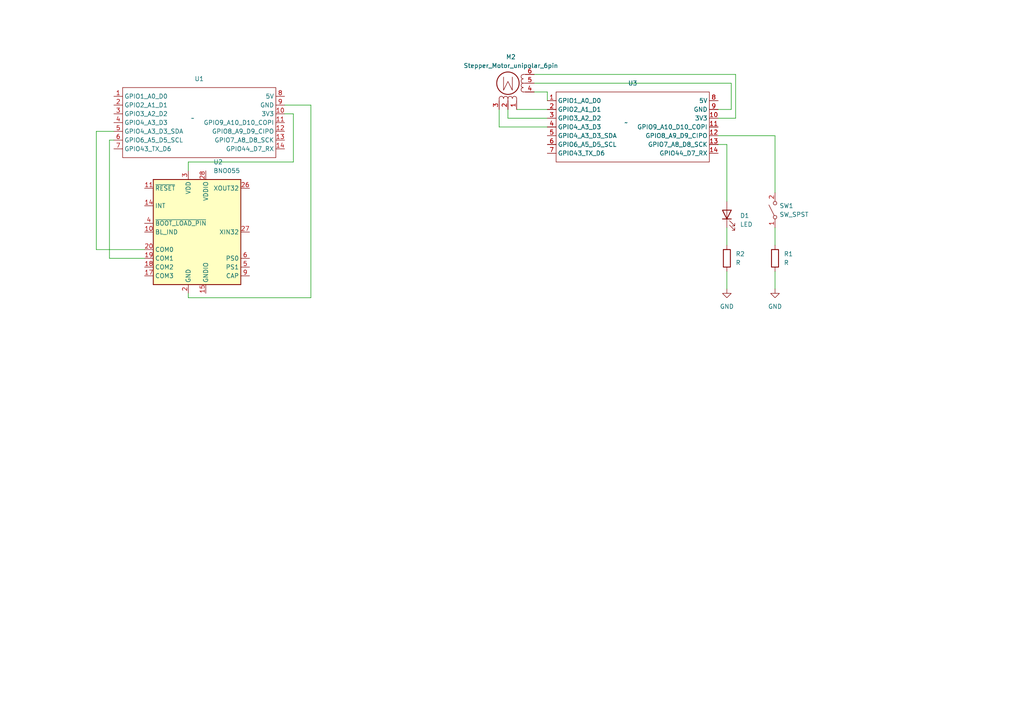
<source format=kicad_sch>
(kicad_sch (version 20230121) (generator eeschema)
  (paper "A4")
  (lib_symbols
    (symbol "Device:LED" (pin_numbers hide) (pin_names (offset 1.016) hide)
      (property "Reference" "D" (at 0 2.54 0))
      (property "Value" "LED" (at 0 -2.54 0))
      (symbol "LED_0_1"
        (polyline (pts (xy -1.27 -1.27) (xy -1.27 1.27)) (stroke (width 0.254)))
        (polyline (pts (xy -1.27 0) (xy 1.27 0)))
        (polyline (pts (xy 1.27 -1.27) (xy 1.27 1.27) (xy -1.27 0) (xy 1.27 -1.27)) (stroke (width 0.254)))
        (polyline (pts (xy -3.048 -0.762) (xy -4.572 -2.286) (xy -3.81 -2.286) (xy -4.572 -2.286) (xy -4.572 -1.524)))
        (polyline (pts (xy -1.778 -0.762) (xy -3.302 -2.286) (xy -2.54 -2.286) (xy -3.302 -2.286) (xy -3.302 -1.524)))
      )
      (symbol "LED_1_1"
        (pin passive line (at -3.81 0 0) (length 2.54) (name "K") (number "1"))
        (pin passive line (at 3.81 0 180) (length 2.54) (name "A") (number "2"))
      )
    )
    (symbol "Device:R" (pin_numbers hide) (pin_names (offset 0))
      (property "Reference" "R" (at 2.032 0 90))
      (property "Value" "R" (at 0 0 90))
      (symbol "R_0_1"
        (rectangle (start -1.016 -2.54) (end 1.016 2.54) (stroke (width 0.254)))
      )
      (symbol "R_1_1"
        (pin passive line (at 0 3.81 270) (length 1.27) (name "~") (number "1"))
        (pin passive line (at 0 -3.81 90) (length 1.27) (name "~") (number "2"))
      )
    )
    (symbol "Motor:Stepper_Motor_unipolar_6pin" (pin_names (offset 0) hide)
      (property "Reference" "M" (at 3.81 2.54 0))
      (property "Value" "Stepper_Motor_unipolar_6pin" (at 3.81 1.27 0))
      (symbol "Stepper_Motor_unipolar_6pin_0_0"
        (polyline (pts (xy -1.27 -1.778) (xy -1.27 2.032) (xy 0 -0.508) (xy 1.27 2.032) (xy 1.27 -1.778)))
      )
      (symbol "Stepper_Motor_unipolar_6pin_0_1"
        (arc (start -4.445 -2.54) (mid -3.8127 -1.905) (end -4.445 -1.27))
        (arc (start -4.445 -1.27) (mid -3.8127 -0.635) (end -4.445 0))
        (arc (start -4.445 0) (mid -3.8127 0.635) (end -4.445 1.27))
        (arc (start -4.445 1.27) (mid -3.8127 1.905) (end -4.445 2.54))
        (arc (start -2.54 4.445) (mid -1.905 3.8127) (end -1.27 4.445))
        (arc (start -1.27 4.445) (mid -0.635 3.8127) (end 0 4.445))
        (polyline (pts (xy -5.08 -2.54) (xy -4.445 -2.54)))
        (polyline (pts (xy -5.08 2.54) (xy -4.445 2.54)))
        (polyline (pts (xy -4.445 0) (xy -5.08 0)))
        (polyline (pts (xy -2.54 4.445) (xy -2.54 5.08)))
        (polyline (pts (xy 0 4.445) (xy 0 5.08)))
        (polyline (pts (xy 2.54 4.445) (xy 2.54 5.08)))
        (circle (center 0 0) (radius 3.2512) (stroke (width 0.254)))
        (arc (start 0 4.445) (mid 0.635 3.8127) (end 1.27 4.445))
        (arc (start 1.27 4.445) (mid 1.905 3.8127) (end 2.54 4.445))
      )
      (symbol "Stepper_Motor_unipolar_6pin_1_1"
        (pin passive line (at -2.54 7.62 270) (length 2.54) (name "~") (number "1"))
        (pin passive line (at 0 7.62 270) (length 2.54) (name "~") (number "2"))
        (pin passive line (at 2.54 7.62 270) (length 2.54) (name "-") (number "3"))
        (pin passive line (at -7.62 2.54 0) (length 2.54) (name "~") (number "4"))
        (pin passive line (at -7.62 0 0) (length 2.54) (name "~") (number "5"))
        (pin passive line (at -7.62 -2.54 0) (length 2.54) (name "~") (number "6"))
      )
    )
    (symbol "Sensor_Motion:BNO055"
      (property "Reference" "U" (at -11.43 16.51 0))
      (property "Value" "BNO055" (at 12.7 16.51 0))
      (symbol "BNO055_0_1"
        (rectangle (start -12.7 15.24) (end 12.7 -15.24) (stroke (width 0.254)) (fill (type background)))
      )
      (symbol "BNO055_1_1"
        (pin no_connect line (at -12.7 10.16 0) (length 2.54) hide (name "PIN1") (number "1"))
        (pin output line (at -15.24 0 0) (length 2.54) (name "BL_IND") (number "10"))
        (pin input line (at -15.24 12.7 0) (length 2.54) (name "~{RESET}") (number "11"))
        (pin no_connect line (at 12.7 10.16 180) (length 2.54) hide (name "PIN12") (number "12"))
        (pin no_connect line (at 12.7 7.62 180) (length 2.54) hide (name "PIN13") (number "13"))
        (pin output line (at -15.24 7.62 0) (length 2.54) (name "INT") (number "14"))
        (pin power_in line (at 2.54 -17.78 90) (length 2.54) (name "GNDIO") (number "15"))
        (pin passive line (at 2.54 -17.78 90) (length 2.54) hide (name "GNDIO") (number "16"))
        (pin input line (at -15.24 -12.7 0) (length 2.54) (name "COM3") (number "17"))
        (pin passive line (at -15.24 -10.16 0) (length 2.54) (name "COM2") (number "18"))
        (pin bidirectional line (at -15.24 -7.62 0) (length 2.54) (name "COM1") (number "19"))
        (pin power_in line (at -2.54 -17.78 90) (length 2.54) (name "GND") (number "2"))
        (pin bidirectional line (at -15.24 -5.08 0) (length 2.54) (name "COM0") (number "20"))
        (pin no_connect line (at 12.7 5.08 180) (length 2.54) hide (name "PIN21") (number "21"))
        (pin no_connect line (at 12.7 2.54 180) (length 2.54) hide (name "PIN22") (number "22"))
        (pin no_connect line (at 12.7 -2.54 180) (length 2.54) hide (name "PIN23") (number "23"))
        (pin no_connect line (at 12.7 -5.08 180) (length 2.54) hide (name "PIN24") (number "24"))
        (pin passive line (at 2.54 -17.78 90) (length 2.54) hide (name "GNDIO") (number "25"))
        (pin output line (at 15.24 12.7 180) (length 2.54) (name "XOUT32") (number "26"))
        (pin input line (at 15.24 0 180) (length 2.54) (name "XIN32") (number "27"))
        (pin power_in line (at 2.54 17.78 270) (length 2.54) (name "VDDIO") (number "28"))
        (pin power_in line (at -2.54 17.78 270) (length 2.54) (name "VDD") (number "3"))
        (pin input line (at -15.24 2.54 0) (length 2.54) (name "~{BOOT_LOAD_PIN}") (number "4"))
        (pin input line (at 15.24 -10.16 180) (length 2.54) (name "PS1") (number "5"))
        (pin input line (at 15.24 -7.62 180) (length 2.54) (name "PS0") (number "6"))
        (pin no_connect line (at -12.7 5.08 0) (length 2.54) hide (name "PIN7") (number "7"))
        (pin no_connect line (at -12.7 -2.54 0) (length 2.54) hide (name "PIN8") (number "8"))
        (pin passive line (at 15.24 -12.7 180) (length 2.54) (name "CAP") (number "9"))
      )
    )
    (symbol "Switch:SW_SPST" (pin_names (offset 0) hide)
      (property "Reference" "SW" (at 0 3.175 0))
      (property "Value" "SW_SPST" (at 0 -2.54 0))
      (symbol "SW_SPST_0_0"
        (circle (center -2.032 0) (radius 0.508))
        (polyline (pts (xy -1.524 0.254) (xy 1.524 1.778)))
        (circle (center 2.032 0) (radius 0.508))
      )
      (symbol "SW_SPST_1_1"
        (pin passive line (at -5.08 0 0) (length 2.54) (name "A") (number "1"))
        (pin passive line (at 5.08 0 180) (length 2.54) (name "B") (number "2"))
      )
    )
    (symbol "demo:XIAO_ESP32_SENSE"
      (property "Reference" "U" (at 0 0 0))
      (symbol "XIAO_ESP32_SENSE_0_1"
        (polyline (pts (xy -20.32 8.89) (xy -20.32 -11.43) (xy 24.13 -11.43) (xy 24.13 8.89) (xy -20.32 8.89)))
      )
      (symbol "XIAO_ESP32_SENSE_1_1"
        (pin bidirectional line (at -22.86 6.35 0) (length 2.54) (name "GPIO1_A0_D0") (number "1"))
        (pin bidirectional line (at 26.67 1.27 180) (length 2.54) (name "3V3") (number "10"))
        (pin bidirectional line (at 26.67 -1.27 180) (length 2.54) (name "GPIO9_A10_D10_COPI") (number "11"))
        (pin bidirectional line (at 26.67 -3.81 180) (length 2.54) (name "GPIO8_A9_D9_CIPO") (number "12"))
        (pin bidirectional line (at 26.67 -6.35 180) (length 2.54) (name "GPIO7_A8_D8_SCK") (number "13"))
        (pin bidirectional line (at 26.67 -8.89 180) (length 2.54) (name "GPIO44_D7_RX") (number "14"))
        (pin bidirectional line (at -22.86 3.81 0) (length 2.54) (name "GPIO2_A1_D1") (number "2"))
        (pin bidirectional line (at -22.86 1.27 0) (length 2.54) (name "GPIO3_A2_D2") (number "3"))
        (pin bidirectional line (at -22.86 -1.27 0) (length 2.54) (name "GPIO4_A3_D3") (number "4"))
        (pin bidirectional line (at -22.86 -3.81 0) (length 2.54) (name "GPIO4_A3_D3_SDA") (number "5"))
        (pin bidirectional line (at -22.86 -6.35 0) (length 2.54) (name "GPIO6_A5_D5_SCL") (number "6"))
        (pin bidirectional line (at -22.86 -8.89 0) (length 2.54) (name "GPIO43_TX_D6") (number "7"))
        (pin bidirectional line (at 26.67 6.35 180) (length 2.54) (name "5V") (number "8"))
        (pin bidirectional line (at 26.67 3.81 180) (length 2.54) (name "GND") (number "9"))
      )
    )
    (symbol "power:GND" (power) (pin_names (offset 0))
      (property "Value" "GND" (at 0 -3.81 0))
      (symbol "GND_0_1"
        (polyline (pts (xy 0 0) (xy 0 -1.27) (xy 1.27 -1.27) (xy 0 -2.54) (xy -1.27 -1.27) (xy 0 -1.27)))
      )
      (symbol "GND_1_1"
        (pin power_in line (at 0 0 270) (length 0) hide (name "GND") (number "1"))
      )
    )
  )
  (wire (pts (xy 31.75 40.64) (xy 31.75 74.93)))
  (wire (pts (xy 90.17 86.36) (xy 90.17 30.48)))
  (wire (pts (xy 85.09 33.02) (xy 85.09 46.99)))
  (wire (pts (xy 31.75 74.93) (xy 41.91 74.93)))
  (wire (pts (xy 158.75 34.29) (xy 147.32 34.29)))
  (wire (pts (xy 210.82 41.91) (xy 208.28 41.91)))
  (wire (pts (xy 54.61 46.99) (xy 54.61 49.53)))
  (wire (pts (xy 213.36 21.59) (xy 213.36 34.29)))
  (wire (pts (xy 54.61 85.09) (xy 54.61 86.36)))
  (wire (pts (xy 41.91 72.39) (xy 27.94 72.39)))
  (wire (pts (xy 212.09 31.75) (xy 212.09 24.13)))
  (wire (pts (xy 224.79 78.74) (xy 224.79 83.82)))
  (wire (pts (xy 54.61 86.36) (xy 90.17 86.36)))
  (wire (pts (xy 147.32 34.29) (xy 147.32 31.75)))
  (wire (pts (xy 158.75 36.83) (xy 144.78 36.83)))
  (wire (pts (xy 27.94 38.1) (xy 33.02 38.1)))
  (wire (pts (xy 210.82 58.42) (xy 210.82 41.91)))
  (wire (pts (xy 210.82 78.74) (xy 210.82 83.82)))
  (wire (pts (xy 208.28 39.37) (xy 224.79 39.37)))
  (wire (pts (xy 144.78 36.83) (xy 144.78 31.75)))
  (wire (pts (xy 158.75 26.67) (xy 158.75 29.21)))
  (wire (pts (xy 224.79 39.37) (xy 224.79 55.88)))
  (wire (pts (xy 33.02 40.64) (xy 31.75 40.64)))
  (wire (pts (xy 154.94 26.67) (xy 158.75 26.67)))
  (wire (pts (xy 224.79 66.04) (xy 224.79 71.12)))
  (wire (pts (xy 82.55 33.02) (xy 85.09 33.02)))
  (wire (pts (xy 212.09 24.13) (xy 154.94 24.13)))
  (wire (pts (xy 149.86 31.75) (xy 158.75 31.75)))
  (wire (pts (xy 213.36 34.29) (xy 208.28 34.29)))
  (wire (pts (xy 90.17 30.48) (xy 82.55 30.48)))
  (wire (pts (xy 154.94 21.59) (xy 213.36 21.59)))
  (wire (pts (xy 208.28 31.75) (xy 212.09 31.75)))
  (wire (pts (xy 210.82 66.04) (xy 210.82 71.12)))
  (wire (pts (xy 85.09 46.99) (xy 54.61 46.99)))
  (wire (pts (xy 27.94 72.39) (xy 27.94 38.1)))
  (symbol (lib_id "demo:XIAO_ESP32_SENSE") (at 181.61 35.56 0) (unit 1)
    (property "Reference" "U3" (at 183.515 24.13 0))
    (property "Value" "~" (at 181.61 35.56 0))
    (property "Footprint" "ESP32 Xiao:XIAO_ESP32_SENSE" (effects hide))
  )
  (symbol (lib_id "Switch:SW_SPST") (at 224.79 60.96 90) (unit 1)
    (property "Reference" "SW1" (at 226.06 59.69 90) (effects (justify right)))
    (property "Value" "SW_SPST" (at 226.06 62.23 90) (effects (justify right)))
  )
  (symbol (lib_id "Motor:Stepper_Motor_unipolar_6pin") (at 147.32 24.13 180) (unit 1)
    (property "Reference" "M2" (at 148.1709 16.51 0))
    (property "Value" "Stepper_Motor_unipolar_6pin" (at 148.1709 19.05 0))
    (property "Datasheet" "http://www.infineon.com/dgdl/Application-Note-TLE8110EE_driving_UniPolarStepperMotor_V1.1.pdf?fileId=db3a30431be39b97011be5d0aa0a00b0" (effects hide))
  )
  (symbol (lib_id "power:GND") (at 210.82 83.82 0) (unit 1)
    (property "Reference" "#PWR02" (effects hide))
    (property "Value" "GND" (at 210.82 88.9 0))
  )
  (symbol (lib_id "Device:R") (at 224.79 74.93 0) (unit 1)
    (property "Reference" "R1" (at 227.33 73.66 0) (effects (justify left)))
    (property "Value" "R" (at 227.33 76.2 0) (effects (justify left)))
    (property "Footprint" "OptoDevice:R_LDR_4.9x4.2mm_P2.54mm_Vertical" (effects hide))
  )
  (symbol (lib_id "power:GND") (at 224.79 83.82 0) (unit 1)
    (property "Reference" "#PWR01" (effects hide))
    (property "Value" "GND" (at 224.79 88.9 0))
  )
  (symbol (lib_id "Device:R") (at 210.82 74.93 0) (unit 1)
    (property "Reference" "R2" (at 213.36 73.66 0) (effects (justify left)))
    (property "Value" "R" (at 213.36 76.2 0) (effects (justify left)))
    (property "Footprint" "OptoDevice:R_LDR_4.9x4.2mm_P2.54mm_Vertical" (effects hide))
  )
  (symbol (lib_id "Device:LED") (at 210.82 62.23 90) (unit 1)
    (property "Reference" "D1" (at 214.63 62.5475 90) (effects (justify right)))
    (property "Value" "LED" (at 214.63 65.0875 90) (effects (justify right)))
  )
  (symbol (lib_id "Sensor_Motion:BNO055") (at 57.15 67.31 0) (unit 1)
    (property "Reference" "U2" (at 61.8841 46.99 0) (effects (justify left)))
    (property "Value" "BNO055" (at 61.8841 49.53 0) (effects (justify left)))
    (property "Footprint" "Package_LGA:LGA-28_5.2x3.8mm_P0.5mm" (effects hide))
    (property "Datasheet" "https://www.bosch-sensortec.com/media/boschsensortec/downloads/datasheets/bst-bno055-ds000.pdf" (effects hide))
  )
  (symbol (lib_id "demo:XIAO_ESP32_SENSE") (at 55.88 34.29 0) (unit 1)
    (property "Reference" "U1" (at 57.785 22.86 0))
    (property "Value" "~" (at 55.88 34.29 0))
    (property "Footprint" "ESP32 Xiao:XIAO_ESP32_SENSE" (effects hide))
  )
)
</source>
